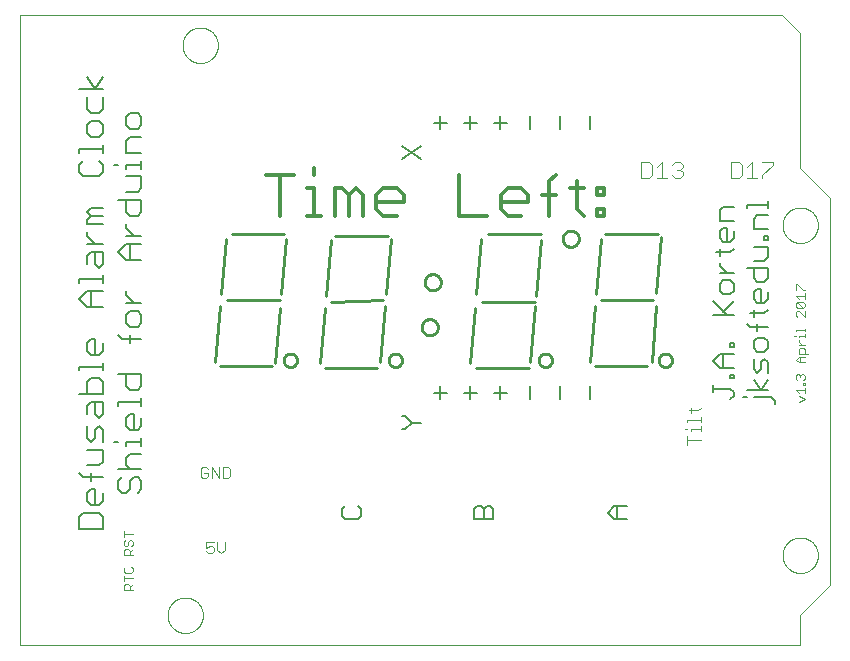
<source format=gto>
G75*
%MOIN*%
%OFA0B0*%
%FSLAX25Y25*%
%IPPOS*%
%LPD*%
%AMOC8*
5,1,8,0,0,1.08239X$1,22.5*
%
%ADD10C,0.00600*%
%ADD11C,0.00700*%
%ADD12C,0.00300*%
%ADD13C,0.00400*%
%ADD14C,0.00000*%
%ADD15C,0.01000*%
%ADD16C,0.01200*%
D10*
X0112295Y0048145D02*
X0113362Y0047077D01*
X0117632Y0047077D01*
X0118700Y0048145D01*
X0118700Y0050280D01*
X0117632Y0051348D01*
X0113362Y0051348D02*
X0112295Y0050280D01*
X0112295Y0048145D01*
X0132295Y0077077D02*
X0133362Y0077077D01*
X0135497Y0079212D01*
X0138700Y0079212D01*
X0135497Y0079212D02*
X0133362Y0081348D01*
X0132295Y0081348D01*
X0142862Y0089212D02*
X0147132Y0089212D01*
X0144997Y0087077D02*
X0144997Y0091348D01*
X0152862Y0089212D02*
X0157132Y0089212D01*
X0154997Y0087077D02*
X0154997Y0091348D01*
X0162862Y0089212D02*
X0167132Y0089212D01*
X0164997Y0087077D02*
X0164997Y0091348D01*
X0174997Y0091348D02*
X0174997Y0087077D01*
X0184997Y0087077D02*
X0184997Y0091348D01*
X0194997Y0091348D02*
X0194997Y0087077D01*
X0235794Y0089395D02*
X0235794Y0091730D01*
X0235794Y0090563D02*
X0241632Y0090563D01*
X0242800Y0089395D01*
X0242800Y0088227D01*
X0241632Y0087060D01*
X0246026Y0087645D02*
X0247194Y0087645D01*
X0247194Y0089975D02*
X0254200Y0089975D01*
X0251865Y0089975D02*
X0249529Y0093478D01*
X0250697Y0095807D02*
X0249529Y0096975D01*
X0249529Y0100478D01*
X0250697Y0102805D02*
X0253032Y0102805D01*
X0254200Y0103973D01*
X0254200Y0106308D01*
X0253032Y0107476D01*
X0250697Y0107476D01*
X0249529Y0106308D01*
X0249529Y0103973D01*
X0250697Y0102805D01*
X0253032Y0100478D02*
X0251865Y0099310D01*
X0251865Y0096975D01*
X0250697Y0095807D01*
X0254200Y0095807D02*
X0254200Y0099310D01*
X0253032Y0100478D01*
X0254200Y0093478D02*
X0251865Y0089975D01*
X0249529Y0087645D02*
X0255368Y0087645D01*
X0256535Y0086478D01*
X0256535Y0085310D01*
X0242800Y0094058D02*
X0242800Y0095225D01*
X0241632Y0095225D01*
X0241632Y0094058D01*
X0242800Y0094058D01*
X0242800Y0097557D02*
X0238129Y0097557D01*
X0235794Y0099892D01*
X0238129Y0102227D01*
X0242800Y0102227D01*
X0242800Y0104555D02*
X0242800Y0105722D01*
X0241632Y0105722D01*
X0241632Y0104555D01*
X0242800Y0104555D01*
X0239297Y0102227D02*
X0239297Y0097557D01*
X0250697Y0109803D02*
X0250697Y0112138D01*
X0249529Y0114468D02*
X0249529Y0116804D01*
X0248362Y0115636D02*
X0253032Y0115636D01*
X0254200Y0116804D01*
X0253032Y0119134D02*
X0250697Y0119134D01*
X0249529Y0120301D01*
X0249529Y0122637D01*
X0250697Y0123804D01*
X0251865Y0123804D01*
X0251865Y0119134D01*
X0253032Y0119134D02*
X0254200Y0120301D01*
X0254200Y0122637D01*
X0253032Y0126132D02*
X0250697Y0126132D01*
X0249529Y0127299D01*
X0249529Y0130802D01*
X0249529Y0133130D02*
X0253032Y0133130D01*
X0254200Y0134297D01*
X0254200Y0137800D01*
X0249529Y0137800D01*
X0253032Y0140128D02*
X0253032Y0141295D01*
X0254200Y0141295D01*
X0254200Y0140128D01*
X0253032Y0140128D01*
X0254200Y0143627D02*
X0249529Y0143627D01*
X0249529Y0147130D01*
X0250697Y0148297D01*
X0254200Y0148297D01*
X0254200Y0150624D02*
X0254200Y0152960D01*
X0254200Y0151792D02*
X0247194Y0151792D01*
X0247194Y0150624D01*
X0242800Y0151213D02*
X0239297Y0151213D01*
X0238129Y0150045D01*
X0238129Y0146542D01*
X0242800Y0146542D01*
X0240465Y0144215D02*
X0239297Y0144215D01*
X0238129Y0143047D01*
X0238129Y0140712D01*
X0239297Y0139544D01*
X0241632Y0139544D01*
X0242800Y0140712D01*
X0242800Y0143047D01*
X0240465Y0144215D02*
X0240465Y0139544D01*
X0242800Y0137214D02*
X0241632Y0136047D01*
X0236962Y0136047D01*
X0238129Y0137214D02*
X0238129Y0134879D01*
X0238129Y0132550D02*
X0238129Y0131383D01*
X0240465Y0129047D01*
X0242800Y0129047D02*
X0238129Y0129047D01*
X0239297Y0126720D02*
X0238129Y0125552D01*
X0238129Y0123217D01*
X0239297Y0122049D01*
X0241632Y0122049D01*
X0242800Y0123217D01*
X0242800Y0125552D01*
X0241632Y0126720D01*
X0239297Y0126720D01*
X0235794Y0119722D02*
X0240465Y0115051D01*
X0239297Y0116219D02*
X0242800Y0119722D01*
X0242800Y0115051D02*
X0235794Y0115051D01*
X0247194Y0112138D02*
X0248362Y0110971D01*
X0254200Y0110971D01*
X0253032Y0126132D02*
X0254200Y0127299D01*
X0254200Y0130802D01*
X0247194Y0130802D01*
X0194997Y0177077D02*
X0194997Y0181348D01*
X0184997Y0181348D02*
X0184997Y0177077D01*
X0174997Y0177077D02*
X0174997Y0181348D01*
X0167132Y0179212D02*
X0162862Y0179212D01*
X0164997Y0177077D02*
X0164997Y0181348D01*
X0157132Y0179212D02*
X0152862Y0179212D01*
X0154997Y0177077D02*
X0154997Y0181348D01*
X0147132Y0179212D02*
X0142862Y0179212D01*
X0144997Y0177077D02*
X0144997Y0181348D01*
X0138700Y0171348D02*
X0132295Y0167077D01*
X0132295Y0171348D02*
X0138700Y0167077D01*
X0157362Y0051348D02*
X0156295Y0050280D01*
X0156295Y0047077D01*
X0162700Y0047077D01*
X0162700Y0050280D01*
X0161632Y0051348D01*
X0160565Y0051348D01*
X0159497Y0050280D01*
X0159497Y0047077D01*
X0159497Y0050280D02*
X0158430Y0051348D01*
X0157362Y0051348D01*
X0200795Y0049212D02*
X0202930Y0051348D01*
X0207200Y0051348D01*
X0203997Y0051348D02*
X0203997Y0047077D01*
X0202930Y0047077D02*
X0200795Y0049212D01*
X0202930Y0047077D02*
X0207200Y0047077D01*
D11*
X0045400Y0056998D02*
X0044082Y0055680D01*
X0045400Y0056998D02*
X0045400Y0059633D01*
X0044082Y0060951D01*
X0042764Y0060951D01*
X0041447Y0059633D01*
X0041447Y0056998D01*
X0040129Y0055680D01*
X0038811Y0055680D01*
X0037493Y0056998D01*
X0037493Y0059633D01*
X0038811Y0060951D01*
X0037493Y0063599D02*
X0045400Y0063599D01*
X0041447Y0063599D02*
X0040129Y0064917D01*
X0040129Y0067552D01*
X0041447Y0068870D01*
X0045400Y0068870D01*
X0045400Y0071518D02*
X0045400Y0074153D01*
X0045400Y0072835D02*
X0040129Y0072835D01*
X0040129Y0071518D01*
X0037493Y0072835D02*
X0036175Y0072835D01*
X0032500Y0072837D02*
X0032500Y0076791D01*
X0031182Y0078109D01*
X0029864Y0076791D01*
X0029864Y0074155D01*
X0028547Y0072837D01*
X0027229Y0074155D01*
X0027229Y0078109D01*
X0027229Y0082074D02*
X0027229Y0084710D01*
X0028547Y0086027D01*
X0032500Y0086027D01*
X0032500Y0082074D01*
X0031182Y0080756D01*
X0029864Y0082074D01*
X0029864Y0086027D01*
X0027229Y0088675D02*
X0027229Y0092628D01*
X0028547Y0093946D01*
X0031182Y0093946D01*
X0032500Y0092628D01*
X0032500Y0088675D01*
X0024593Y0088675D01*
X0024593Y0096594D02*
X0024593Y0097911D01*
X0032500Y0097911D01*
X0032500Y0096594D02*
X0032500Y0099229D01*
X0031182Y0101873D02*
X0028547Y0101873D01*
X0027229Y0103191D01*
X0027229Y0105826D01*
X0028547Y0107144D01*
X0029864Y0107144D01*
X0029864Y0101873D01*
X0031182Y0101873D02*
X0032500Y0103191D01*
X0032500Y0105826D01*
X0037493Y0108468D02*
X0038811Y0107150D01*
X0045400Y0107150D01*
X0041447Y0105832D02*
X0041447Y0108468D01*
X0041447Y0111111D02*
X0044082Y0111111D01*
X0045400Y0112429D01*
X0045400Y0115065D01*
X0044082Y0116383D01*
X0041447Y0116383D01*
X0040129Y0115065D01*
X0040129Y0112429D01*
X0041447Y0111111D01*
X0042764Y0119030D02*
X0040129Y0121666D01*
X0040129Y0122984D01*
X0040129Y0119030D02*
X0045400Y0119030D01*
X0032500Y0117710D02*
X0027229Y0117710D01*
X0024593Y0120346D01*
X0027229Y0122982D01*
X0032500Y0122982D01*
X0032500Y0125629D02*
X0032500Y0128265D01*
X0032500Y0126947D02*
X0024593Y0126947D01*
X0024593Y0125629D01*
X0028547Y0122982D02*
X0028547Y0117710D01*
X0031182Y0130908D02*
X0029864Y0132226D01*
X0029864Y0136179D01*
X0028547Y0136179D02*
X0032500Y0136179D01*
X0032500Y0132226D01*
X0031182Y0130908D01*
X0027229Y0132226D02*
X0027229Y0134862D01*
X0028547Y0136179D01*
X0029864Y0138827D02*
X0027229Y0141463D01*
X0027229Y0142780D01*
X0027229Y0138827D02*
X0032500Y0138827D01*
X0037493Y0136183D02*
X0040129Y0138819D01*
X0045400Y0138819D01*
X0045400Y0141467D02*
X0040129Y0141467D01*
X0040129Y0144102D02*
X0040129Y0145420D01*
X0040129Y0144102D02*
X0042764Y0141467D01*
X0041447Y0138819D02*
X0041447Y0133548D01*
X0040129Y0133548D02*
X0037493Y0136183D01*
X0040129Y0133548D02*
X0045400Y0133548D01*
X0032500Y0145426D02*
X0027229Y0145426D01*
X0027229Y0146744D01*
X0028547Y0148062D01*
X0027229Y0149379D01*
X0028547Y0150697D01*
X0032500Y0150697D01*
X0032500Y0148062D02*
X0028547Y0148062D01*
X0037493Y0153337D02*
X0045400Y0153337D01*
X0045400Y0149383D01*
X0044082Y0148066D01*
X0041447Y0148066D01*
X0040129Y0149383D01*
X0040129Y0153337D01*
X0040129Y0155984D02*
X0044082Y0155984D01*
X0045400Y0157302D01*
X0045400Y0161256D01*
X0040129Y0161256D01*
X0040129Y0163903D02*
X0040129Y0165221D01*
X0045400Y0165221D01*
X0045400Y0163903D02*
X0045400Y0166539D01*
X0045400Y0169182D02*
X0040129Y0169182D01*
X0040129Y0173136D01*
X0041447Y0174453D01*
X0045400Y0174453D01*
X0044082Y0177101D02*
X0045400Y0178419D01*
X0045400Y0181054D01*
X0044082Y0182372D01*
X0041447Y0182372D01*
X0040129Y0181054D01*
X0040129Y0178419D01*
X0041447Y0177101D01*
X0044082Y0177101D01*
X0032500Y0178415D02*
X0032500Y0175779D01*
X0031182Y0174461D01*
X0028547Y0174461D01*
X0027229Y0175779D01*
X0027229Y0178415D01*
X0028547Y0179733D01*
X0031182Y0179733D01*
X0032500Y0178415D01*
X0031182Y0182380D02*
X0028547Y0182380D01*
X0027229Y0183698D01*
X0027229Y0187651D01*
X0029864Y0190299D02*
X0027229Y0194252D01*
X0029864Y0190299D02*
X0032500Y0194252D01*
X0032500Y0190299D02*
X0024593Y0190299D01*
X0032500Y0187651D02*
X0032500Y0183698D01*
X0031182Y0182380D01*
X0032500Y0171818D02*
X0032500Y0169182D01*
X0032500Y0170500D02*
X0024593Y0170500D01*
X0024593Y0169182D01*
X0025911Y0166535D02*
X0024593Y0165217D01*
X0024593Y0162581D01*
X0025911Y0161264D01*
X0031182Y0161264D01*
X0032500Y0162581D01*
X0032500Y0165217D01*
X0031182Y0166535D01*
X0036175Y0165221D02*
X0037493Y0165221D01*
X0037493Y0095266D02*
X0045400Y0095266D01*
X0045400Y0091312D01*
X0044082Y0089995D01*
X0041447Y0089995D01*
X0040129Y0091312D01*
X0040129Y0095266D01*
X0045400Y0087351D02*
X0045400Y0084716D01*
X0045400Y0086033D02*
X0037493Y0086033D01*
X0037493Y0084716D01*
X0041447Y0082068D02*
X0042764Y0082068D01*
X0042764Y0076797D01*
X0041447Y0076797D02*
X0044082Y0076797D01*
X0045400Y0078115D01*
X0045400Y0080750D01*
X0041447Y0082068D02*
X0040129Y0080750D01*
X0040129Y0078115D01*
X0041447Y0076797D01*
X0032500Y0070190D02*
X0027229Y0070190D01*
X0032500Y0070190D02*
X0032500Y0066236D01*
X0031182Y0064919D01*
X0027229Y0064919D01*
X0028547Y0062275D02*
X0028547Y0059639D01*
X0028547Y0056992D02*
X0029864Y0056992D01*
X0029864Y0051721D01*
X0028547Y0051721D02*
X0027229Y0053038D01*
X0027229Y0055674D01*
X0028547Y0056992D01*
X0032500Y0055674D02*
X0032500Y0053038D01*
X0031182Y0051721D01*
X0028547Y0051721D01*
X0031182Y0049073D02*
X0025911Y0049073D01*
X0024593Y0047755D01*
X0024593Y0043802D01*
X0032500Y0043802D01*
X0032500Y0047755D01*
X0031182Y0049073D01*
X0032500Y0060957D02*
X0025911Y0060957D01*
X0024593Y0062275D01*
D12*
X0039548Y0042951D02*
X0039548Y0041016D01*
X0039548Y0041984D02*
X0042450Y0041984D01*
X0041966Y0040005D02*
X0041483Y0040005D01*
X0040999Y0039521D01*
X0040999Y0038554D01*
X0040515Y0038070D01*
X0040031Y0038070D01*
X0039548Y0038554D01*
X0039548Y0039521D01*
X0040031Y0040005D01*
X0041966Y0040005D02*
X0042450Y0039521D01*
X0042450Y0038554D01*
X0041966Y0038070D01*
X0042450Y0037058D02*
X0041483Y0036091D01*
X0041483Y0036574D02*
X0041483Y0035123D01*
X0042450Y0035123D02*
X0039548Y0035123D01*
X0039548Y0036574D01*
X0040031Y0037058D01*
X0040999Y0037058D01*
X0041483Y0036574D01*
X0041966Y0031165D02*
X0042450Y0030681D01*
X0042450Y0029714D01*
X0041966Y0029230D01*
X0040031Y0029230D01*
X0039548Y0029714D01*
X0039548Y0030681D01*
X0040031Y0031165D01*
X0039548Y0028219D02*
X0039548Y0026284D01*
X0039548Y0027251D02*
X0042450Y0027251D01*
X0042450Y0025272D02*
X0041483Y0024305D01*
X0041483Y0024788D02*
X0041483Y0023337D01*
X0042450Y0023337D02*
X0039548Y0023337D01*
X0039548Y0024788D01*
X0040031Y0025272D01*
X0040999Y0025272D01*
X0041483Y0024788D01*
X0066967Y0036267D02*
X0067584Y0035650D01*
X0068818Y0035650D01*
X0069436Y0036267D01*
X0069436Y0037502D01*
X0068818Y0038119D01*
X0068201Y0038119D01*
X0066967Y0037502D01*
X0066967Y0039353D01*
X0069436Y0039353D01*
X0070650Y0039353D02*
X0070650Y0036884D01*
X0071884Y0035650D01*
X0073119Y0036884D01*
X0073119Y0039353D01*
X0072492Y0060650D02*
X0074343Y0060650D01*
X0074960Y0061267D01*
X0074960Y0063736D01*
X0074343Y0064353D01*
X0072492Y0064353D01*
X0072492Y0060650D01*
X0071277Y0060650D02*
X0071277Y0064353D01*
X0068808Y0064353D02*
X0071277Y0060650D01*
X0068808Y0060650D02*
X0068808Y0064353D01*
X0067594Y0063736D02*
X0066977Y0064353D01*
X0065742Y0064353D01*
X0065125Y0063736D01*
X0065125Y0061267D01*
X0065742Y0060650D01*
X0066977Y0060650D01*
X0067594Y0061267D01*
X0067594Y0062502D01*
X0066360Y0062502D01*
X0263548Y0089929D02*
X0266450Y0089929D01*
X0266450Y0088962D02*
X0266450Y0090897D01*
X0266450Y0091909D02*
X0266450Y0092392D01*
X0265966Y0092392D01*
X0265966Y0091909D01*
X0266450Y0091909D01*
X0265966Y0093382D02*
X0266450Y0093865D01*
X0266450Y0094833D01*
X0265966Y0095317D01*
X0265483Y0095317D01*
X0264999Y0094833D01*
X0264999Y0094349D01*
X0264999Y0094833D02*
X0264515Y0095317D01*
X0264031Y0095317D01*
X0263548Y0094833D01*
X0263548Y0093865D01*
X0264031Y0093382D01*
X0263548Y0089929D02*
X0264515Y0088962D01*
X0264515Y0087950D02*
X0266450Y0086983D01*
X0264515Y0086015D01*
X0264515Y0099275D02*
X0263548Y0100242D01*
X0264515Y0101210D01*
X0266450Y0101210D01*
X0266450Y0102221D02*
X0266450Y0103673D01*
X0265966Y0104156D01*
X0264999Y0104156D01*
X0264515Y0103673D01*
X0264515Y0102221D01*
X0267417Y0102221D01*
X0264999Y0101210D02*
X0264999Y0099275D01*
X0264515Y0099275D02*
X0266450Y0099275D01*
X0266450Y0105168D02*
X0264515Y0105168D01*
X0264515Y0106135D02*
X0264515Y0106619D01*
X0264515Y0106135D02*
X0265483Y0105168D01*
X0266450Y0107623D02*
X0266450Y0108591D01*
X0266450Y0108107D02*
X0264515Y0108107D01*
X0264515Y0107623D01*
X0263548Y0108107D02*
X0263064Y0108107D01*
X0263548Y0109588D02*
X0263548Y0110071D01*
X0266450Y0110071D01*
X0266450Y0109588D02*
X0266450Y0110555D01*
X0266450Y0114498D02*
X0264515Y0116433D01*
X0264031Y0116433D01*
X0263548Y0115950D01*
X0263548Y0114982D01*
X0264031Y0114498D01*
X0266450Y0114498D02*
X0266450Y0116433D01*
X0265966Y0117445D02*
X0264031Y0117445D01*
X0263548Y0117929D01*
X0263548Y0118896D01*
X0264031Y0119380D01*
X0265966Y0117445D01*
X0266450Y0117929D01*
X0266450Y0118896D01*
X0265966Y0119380D01*
X0264031Y0119380D01*
X0264515Y0120391D02*
X0263548Y0121359D01*
X0266450Y0121359D01*
X0266450Y0122326D02*
X0266450Y0120391D01*
X0266450Y0123338D02*
X0265966Y0123338D01*
X0264031Y0125273D01*
X0263548Y0125273D01*
X0263548Y0123338D01*
D13*
X0252278Y0160900D02*
X0252278Y0161767D01*
X0255748Y0165237D01*
X0255748Y0166104D01*
X0252278Y0166104D01*
X0248857Y0166104D02*
X0248857Y0160900D01*
X0250591Y0160900D02*
X0247122Y0160900D01*
X0245435Y0161767D02*
X0245435Y0165237D01*
X0244568Y0166104D01*
X0241965Y0166104D01*
X0241965Y0160900D01*
X0244568Y0160900D01*
X0245435Y0161767D01*
X0247122Y0164370D02*
X0248857Y0166104D01*
X0225748Y0165237D02*
X0225748Y0164370D01*
X0224880Y0163502D01*
X0225748Y0162635D01*
X0225748Y0161767D01*
X0224880Y0160900D01*
X0223146Y0160900D01*
X0222278Y0161767D01*
X0220591Y0160900D02*
X0217122Y0160900D01*
X0218857Y0160900D02*
X0218857Y0166104D01*
X0217122Y0164370D01*
X0215435Y0165237D02*
X0214568Y0166104D01*
X0211965Y0166104D01*
X0211965Y0160900D01*
X0214568Y0160900D01*
X0215435Y0161767D01*
X0215435Y0165237D01*
X0222278Y0165237D02*
X0223146Y0166104D01*
X0224880Y0166104D01*
X0225748Y0165237D01*
X0224880Y0163502D02*
X0224013Y0163502D01*
X0228731Y0084071D02*
X0228731Y0082537D01*
X0227963Y0083304D02*
X0231033Y0083304D01*
X0231800Y0084071D01*
X0231800Y0081002D02*
X0231800Y0079467D01*
X0231800Y0080235D02*
X0227196Y0080235D01*
X0227196Y0079467D01*
X0227196Y0077165D02*
X0226429Y0077165D01*
X0228731Y0077165D02*
X0231800Y0077165D01*
X0231800Y0076398D02*
X0231800Y0077933D01*
X0228731Y0077165D02*
X0228731Y0076398D01*
X0227196Y0074863D02*
X0227196Y0071794D01*
X0227196Y0073329D02*
X0231800Y0073329D01*
D14*
X0005000Y0005000D02*
X0005000Y0215000D01*
X0259000Y0215000D01*
X0265000Y0209000D01*
X0265000Y0164000D01*
X0275000Y0154000D01*
X0275000Y0025000D01*
X0265000Y0015000D01*
X0265000Y0005000D01*
X0005000Y0005000D01*
X0054094Y0015000D02*
X0054096Y0015153D01*
X0054102Y0015307D01*
X0054112Y0015460D01*
X0054126Y0015612D01*
X0054144Y0015765D01*
X0054166Y0015916D01*
X0054191Y0016067D01*
X0054221Y0016218D01*
X0054255Y0016368D01*
X0054292Y0016516D01*
X0054333Y0016664D01*
X0054378Y0016810D01*
X0054427Y0016956D01*
X0054480Y0017100D01*
X0054536Y0017242D01*
X0054596Y0017383D01*
X0054660Y0017523D01*
X0054727Y0017661D01*
X0054798Y0017797D01*
X0054873Y0017931D01*
X0054950Y0018063D01*
X0055032Y0018193D01*
X0055116Y0018321D01*
X0055204Y0018447D01*
X0055295Y0018570D01*
X0055389Y0018691D01*
X0055487Y0018809D01*
X0055587Y0018925D01*
X0055691Y0019038D01*
X0055797Y0019149D01*
X0055906Y0019257D01*
X0056018Y0019362D01*
X0056132Y0019463D01*
X0056250Y0019562D01*
X0056369Y0019658D01*
X0056491Y0019751D01*
X0056616Y0019840D01*
X0056743Y0019927D01*
X0056872Y0020009D01*
X0057003Y0020089D01*
X0057136Y0020165D01*
X0057271Y0020238D01*
X0057408Y0020307D01*
X0057547Y0020372D01*
X0057687Y0020434D01*
X0057829Y0020492D01*
X0057972Y0020547D01*
X0058117Y0020598D01*
X0058263Y0020645D01*
X0058410Y0020688D01*
X0058558Y0020727D01*
X0058707Y0020763D01*
X0058857Y0020794D01*
X0059008Y0020822D01*
X0059159Y0020846D01*
X0059312Y0020866D01*
X0059464Y0020882D01*
X0059617Y0020894D01*
X0059770Y0020902D01*
X0059923Y0020906D01*
X0060077Y0020906D01*
X0060230Y0020902D01*
X0060383Y0020894D01*
X0060536Y0020882D01*
X0060688Y0020866D01*
X0060841Y0020846D01*
X0060992Y0020822D01*
X0061143Y0020794D01*
X0061293Y0020763D01*
X0061442Y0020727D01*
X0061590Y0020688D01*
X0061737Y0020645D01*
X0061883Y0020598D01*
X0062028Y0020547D01*
X0062171Y0020492D01*
X0062313Y0020434D01*
X0062453Y0020372D01*
X0062592Y0020307D01*
X0062729Y0020238D01*
X0062864Y0020165D01*
X0062997Y0020089D01*
X0063128Y0020009D01*
X0063257Y0019927D01*
X0063384Y0019840D01*
X0063509Y0019751D01*
X0063631Y0019658D01*
X0063750Y0019562D01*
X0063868Y0019463D01*
X0063982Y0019362D01*
X0064094Y0019257D01*
X0064203Y0019149D01*
X0064309Y0019038D01*
X0064413Y0018925D01*
X0064513Y0018809D01*
X0064611Y0018691D01*
X0064705Y0018570D01*
X0064796Y0018447D01*
X0064884Y0018321D01*
X0064968Y0018193D01*
X0065050Y0018063D01*
X0065127Y0017931D01*
X0065202Y0017797D01*
X0065273Y0017661D01*
X0065340Y0017523D01*
X0065404Y0017383D01*
X0065464Y0017242D01*
X0065520Y0017100D01*
X0065573Y0016956D01*
X0065622Y0016810D01*
X0065667Y0016664D01*
X0065708Y0016516D01*
X0065745Y0016368D01*
X0065779Y0016218D01*
X0065809Y0016067D01*
X0065834Y0015916D01*
X0065856Y0015765D01*
X0065874Y0015612D01*
X0065888Y0015460D01*
X0065898Y0015307D01*
X0065904Y0015153D01*
X0065906Y0015000D01*
X0065904Y0014847D01*
X0065898Y0014693D01*
X0065888Y0014540D01*
X0065874Y0014388D01*
X0065856Y0014235D01*
X0065834Y0014084D01*
X0065809Y0013933D01*
X0065779Y0013782D01*
X0065745Y0013632D01*
X0065708Y0013484D01*
X0065667Y0013336D01*
X0065622Y0013190D01*
X0065573Y0013044D01*
X0065520Y0012900D01*
X0065464Y0012758D01*
X0065404Y0012617D01*
X0065340Y0012477D01*
X0065273Y0012339D01*
X0065202Y0012203D01*
X0065127Y0012069D01*
X0065050Y0011937D01*
X0064968Y0011807D01*
X0064884Y0011679D01*
X0064796Y0011553D01*
X0064705Y0011430D01*
X0064611Y0011309D01*
X0064513Y0011191D01*
X0064413Y0011075D01*
X0064309Y0010962D01*
X0064203Y0010851D01*
X0064094Y0010743D01*
X0063982Y0010638D01*
X0063868Y0010537D01*
X0063750Y0010438D01*
X0063631Y0010342D01*
X0063509Y0010249D01*
X0063384Y0010160D01*
X0063257Y0010073D01*
X0063128Y0009991D01*
X0062997Y0009911D01*
X0062864Y0009835D01*
X0062729Y0009762D01*
X0062592Y0009693D01*
X0062453Y0009628D01*
X0062313Y0009566D01*
X0062171Y0009508D01*
X0062028Y0009453D01*
X0061883Y0009402D01*
X0061737Y0009355D01*
X0061590Y0009312D01*
X0061442Y0009273D01*
X0061293Y0009237D01*
X0061143Y0009206D01*
X0060992Y0009178D01*
X0060841Y0009154D01*
X0060688Y0009134D01*
X0060536Y0009118D01*
X0060383Y0009106D01*
X0060230Y0009098D01*
X0060077Y0009094D01*
X0059923Y0009094D01*
X0059770Y0009098D01*
X0059617Y0009106D01*
X0059464Y0009118D01*
X0059312Y0009134D01*
X0059159Y0009154D01*
X0059008Y0009178D01*
X0058857Y0009206D01*
X0058707Y0009237D01*
X0058558Y0009273D01*
X0058410Y0009312D01*
X0058263Y0009355D01*
X0058117Y0009402D01*
X0057972Y0009453D01*
X0057829Y0009508D01*
X0057687Y0009566D01*
X0057547Y0009628D01*
X0057408Y0009693D01*
X0057271Y0009762D01*
X0057136Y0009835D01*
X0057003Y0009911D01*
X0056872Y0009991D01*
X0056743Y0010073D01*
X0056616Y0010160D01*
X0056491Y0010249D01*
X0056369Y0010342D01*
X0056250Y0010438D01*
X0056132Y0010537D01*
X0056018Y0010638D01*
X0055906Y0010743D01*
X0055797Y0010851D01*
X0055691Y0010962D01*
X0055587Y0011075D01*
X0055487Y0011191D01*
X0055389Y0011309D01*
X0055295Y0011430D01*
X0055204Y0011553D01*
X0055116Y0011679D01*
X0055032Y0011807D01*
X0054950Y0011937D01*
X0054873Y0012069D01*
X0054798Y0012203D01*
X0054727Y0012339D01*
X0054660Y0012477D01*
X0054596Y0012617D01*
X0054536Y0012758D01*
X0054480Y0012900D01*
X0054427Y0013044D01*
X0054378Y0013190D01*
X0054333Y0013336D01*
X0054292Y0013484D01*
X0054255Y0013632D01*
X0054221Y0013782D01*
X0054191Y0013933D01*
X0054166Y0014084D01*
X0054144Y0014235D01*
X0054126Y0014388D01*
X0054112Y0014540D01*
X0054102Y0014693D01*
X0054096Y0014847D01*
X0054094Y0015000D01*
X0259094Y0035000D02*
X0259096Y0035153D01*
X0259102Y0035307D01*
X0259112Y0035460D01*
X0259126Y0035612D01*
X0259144Y0035765D01*
X0259166Y0035916D01*
X0259191Y0036067D01*
X0259221Y0036218D01*
X0259255Y0036368D01*
X0259292Y0036516D01*
X0259333Y0036664D01*
X0259378Y0036810D01*
X0259427Y0036956D01*
X0259480Y0037100D01*
X0259536Y0037242D01*
X0259596Y0037383D01*
X0259660Y0037523D01*
X0259727Y0037661D01*
X0259798Y0037797D01*
X0259873Y0037931D01*
X0259950Y0038063D01*
X0260032Y0038193D01*
X0260116Y0038321D01*
X0260204Y0038447D01*
X0260295Y0038570D01*
X0260389Y0038691D01*
X0260487Y0038809D01*
X0260587Y0038925D01*
X0260691Y0039038D01*
X0260797Y0039149D01*
X0260906Y0039257D01*
X0261018Y0039362D01*
X0261132Y0039463D01*
X0261250Y0039562D01*
X0261369Y0039658D01*
X0261491Y0039751D01*
X0261616Y0039840D01*
X0261743Y0039927D01*
X0261872Y0040009D01*
X0262003Y0040089D01*
X0262136Y0040165D01*
X0262271Y0040238D01*
X0262408Y0040307D01*
X0262547Y0040372D01*
X0262687Y0040434D01*
X0262829Y0040492D01*
X0262972Y0040547D01*
X0263117Y0040598D01*
X0263263Y0040645D01*
X0263410Y0040688D01*
X0263558Y0040727D01*
X0263707Y0040763D01*
X0263857Y0040794D01*
X0264008Y0040822D01*
X0264159Y0040846D01*
X0264312Y0040866D01*
X0264464Y0040882D01*
X0264617Y0040894D01*
X0264770Y0040902D01*
X0264923Y0040906D01*
X0265077Y0040906D01*
X0265230Y0040902D01*
X0265383Y0040894D01*
X0265536Y0040882D01*
X0265688Y0040866D01*
X0265841Y0040846D01*
X0265992Y0040822D01*
X0266143Y0040794D01*
X0266293Y0040763D01*
X0266442Y0040727D01*
X0266590Y0040688D01*
X0266737Y0040645D01*
X0266883Y0040598D01*
X0267028Y0040547D01*
X0267171Y0040492D01*
X0267313Y0040434D01*
X0267453Y0040372D01*
X0267592Y0040307D01*
X0267729Y0040238D01*
X0267864Y0040165D01*
X0267997Y0040089D01*
X0268128Y0040009D01*
X0268257Y0039927D01*
X0268384Y0039840D01*
X0268509Y0039751D01*
X0268631Y0039658D01*
X0268750Y0039562D01*
X0268868Y0039463D01*
X0268982Y0039362D01*
X0269094Y0039257D01*
X0269203Y0039149D01*
X0269309Y0039038D01*
X0269413Y0038925D01*
X0269513Y0038809D01*
X0269611Y0038691D01*
X0269705Y0038570D01*
X0269796Y0038447D01*
X0269884Y0038321D01*
X0269968Y0038193D01*
X0270050Y0038063D01*
X0270127Y0037931D01*
X0270202Y0037797D01*
X0270273Y0037661D01*
X0270340Y0037523D01*
X0270404Y0037383D01*
X0270464Y0037242D01*
X0270520Y0037100D01*
X0270573Y0036956D01*
X0270622Y0036810D01*
X0270667Y0036664D01*
X0270708Y0036516D01*
X0270745Y0036368D01*
X0270779Y0036218D01*
X0270809Y0036067D01*
X0270834Y0035916D01*
X0270856Y0035765D01*
X0270874Y0035612D01*
X0270888Y0035460D01*
X0270898Y0035307D01*
X0270904Y0035153D01*
X0270906Y0035000D01*
X0270904Y0034847D01*
X0270898Y0034693D01*
X0270888Y0034540D01*
X0270874Y0034388D01*
X0270856Y0034235D01*
X0270834Y0034084D01*
X0270809Y0033933D01*
X0270779Y0033782D01*
X0270745Y0033632D01*
X0270708Y0033484D01*
X0270667Y0033336D01*
X0270622Y0033190D01*
X0270573Y0033044D01*
X0270520Y0032900D01*
X0270464Y0032758D01*
X0270404Y0032617D01*
X0270340Y0032477D01*
X0270273Y0032339D01*
X0270202Y0032203D01*
X0270127Y0032069D01*
X0270050Y0031937D01*
X0269968Y0031807D01*
X0269884Y0031679D01*
X0269796Y0031553D01*
X0269705Y0031430D01*
X0269611Y0031309D01*
X0269513Y0031191D01*
X0269413Y0031075D01*
X0269309Y0030962D01*
X0269203Y0030851D01*
X0269094Y0030743D01*
X0268982Y0030638D01*
X0268868Y0030537D01*
X0268750Y0030438D01*
X0268631Y0030342D01*
X0268509Y0030249D01*
X0268384Y0030160D01*
X0268257Y0030073D01*
X0268128Y0029991D01*
X0267997Y0029911D01*
X0267864Y0029835D01*
X0267729Y0029762D01*
X0267592Y0029693D01*
X0267453Y0029628D01*
X0267313Y0029566D01*
X0267171Y0029508D01*
X0267028Y0029453D01*
X0266883Y0029402D01*
X0266737Y0029355D01*
X0266590Y0029312D01*
X0266442Y0029273D01*
X0266293Y0029237D01*
X0266143Y0029206D01*
X0265992Y0029178D01*
X0265841Y0029154D01*
X0265688Y0029134D01*
X0265536Y0029118D01*
X0265383Y0029106D01*
X0265230Y0029098D01*
X0265077Y0029094D01*
X0264923Y0029094D01*
X0264770Y0029098D01*
X0264617Y0029106D01*
X0264464Y0029118D01*
X0264312Y0029134D01*
X0264159Y0029154D01*
X0264008Y0029178D01*
X0263857Y0029206D01*
X0263707Y0029237D01*
X0263558Y0029273D01*
X0263410Y0029312D01*
X0263263Y0029355D01*
X0263117Y0029402D01*
X0262972Y0029453D01*
X0262829Y0029508D01*
X0262687Y0029566D01*
X0262547Y0029628D01*
X0262408Y0029693D01*
X0262271Y0029762D01*
X0262136Y0029835D01*
X0262003Y0029911D01*
X0261872Y0029991D01*
X0261743Y0030073D01*
X0261616Y0030160D01*
X0261491Y0030249D01*
X0261369Y0030342D01*
X0261250Y0030438D01*
X0261132Y0030537D01*
X0261018Y0030638D01*
X0260906Y0030743D01*
X0260797Y0030851D01*
X0260691Y0030962D01*
X0260587Y0031075D01*
X0260487Y0031191D01*
X0260389Y0031309D01*
X0260295Y0031430D01*
X0260204Y0031553D01*
X0260116Y0031679D01*
X0260032Y0031807D01*
X0259950Y0031937D01*
X0259873Y0032069D01*
X0259798Y0032203D01*
X0259727Y0032339D01*
X0259660Y0032477D01*
X0259596Y0032617D01*
X0259536Y0032758D01*
X0259480Y0032900D01*
X0259427Y0033044D01*
X0259378Y0033190D01*
X0259333Y0033336D01*
X0259292Y0033484D01*
X0259255Y0033632D01*
X0259221Y0033782D01*
X0259191Y0033933D01*
X0259166Y0034084D01*
X0259144Y0034235D01*
X0259126Y0034388D01*
X0259112Y0034540D01*
X0259102Y0034693D01*
X0259096Y0034847D01*
X0259094Y0035000D01*
X0259094Y0145000D02*
X0259096Y0145153D01*
X0259102Y0145307D01*
X0259112Y0145460D01*
X0259126Y0145612D01*
X0259144Y0145765D01*
X0259166Y0145916D01*
X0259191Y0146067D01*
X0259221Y0146218D01*
X0259255Y0146368D01*
X0259292Y0146516D01*
X0259333Y0146664D01*
X0259378Y0146810D01*
X0259427Y0146956D01*
X0259480Y0147100D01*
X0259536Y0147242D01*
X0259596Y0147383D01*
X0259660Y0147523D01*
X0259727Y0147661D01*
X0259798Y0147797D01*
X0259873Y0147931D01*
X0259950Y0148063D01*
X0260032Y0148193D01*
X0260116Y0148321D01*
X0260204Y0148447D01*
X0260295Y0148570D01*
X0260389Y0148691D01*
X0260487Y0148809D01*
X0260587Y0148925D01*
X0260691Y0149038D01*
X0260797Y0149149D01*
X0260906Y0149257D01*
X0261018Y0149362D01*
X0261132Y0149463D01*
X0261250Y0149562D01*
X0261369Y0149658D01*
X0261491Y0149751D01*
X0261616Y0149840D01*
X0261743Y0149927D01*
X0261872Y0150009D01*
X0262003Y0150089D01*
X0262136Y0150165D01*
X0262271Y0150238D01*
X0262408Y0150307D01*
X0262547Y0150372D01*
X0262687Y0150434D01*
X0262829Y0150492D01*
X0262972Y0150547D01*
X0263117Y0150598D01*
X0263263Y0150645D01*
X0263410Y0150688D01*
X0263558Y0150727D01*
X0263707Y0150763D01*
X0263857Y0150794D01*
X0264008Y0150822D01*
X0264159Y0150846D01*
X0264312Y0150866D01*
X0264464Y0150882D01*
X0264617Y0150894D01*
X0264770Y0150902D01*
X0264923Y0150906D01*
X0265077Y0150906D01*
X0265230Y0150902D01*
X0265383Y0150894D01*
X0265536Y0150882D01*
X0265688Y0150866D01*
X0265841Y0150846D01*
X0265992Y0150822D01*
X0266143Y0150794D01*
X0266293Y0150763D01*
X0266442Y0150727D01*
X0266590Y0150688D01*
X0266737Y0150645D01*
X0266883Y0150598D01*
X0267028Y0150547D01*
X0267171Y0150492D01*
X0267313Y0150434D01*
X0267453Y0150372D01*
X0267592Y0150307D01*
X0267729Y0150238D01*
X0267864Y0150165D01*
X0267997Y0150089D01*
X0268128Y0150009D01*
X0268257Y0149927D01*
X0268384Y0149840D01*
X0268509Y0149751D01*
X0268631Y0149658D01*
X0268750Y0149562D01*
X0268868Y0149463D01*
X0268982Y0149362D01*
X0269094Y0149257D01*
X0269203Y0149149D01*
X0269309Y0149038D01*
X0269413Y0148925D01*
X0269513Y0148809D01*
X0269611Y0148691D01*
X0269705Y0148570D01*
X0269796Y0148447D01*
X0269884Y0148321D01*
X0269968Y0148193D01*
X0270050Y0148063D01*
X0270127Y0147931D01*
X0270202Y0147797D01*
X0270273Y0147661D01*
X0270340Y0147523D01*
X0270404Y0147383D01*
X0270464Y0147242D01*
X0270520Y0147100D01*
X0270573Y0146956D01*
X0270622Y0146810D01*
X0270667Y0146664D01*
X0270708Y0146516D01*
X0270745Y0146368D01*
X0270779Y0146218D01*
X0270809Y0146067D01*
X0270834Y0145916D01*
X0270856Y0145765D01*
X0270874Y0145612D01*
X0270888Y0145460D01*
X0270898Y0145307D01*
X0270904Y0145153D01*
X0270906Y0145000D01*
X0270904Y0144847D01*
X0270898Y0144693D01*
X0270888Y0144540D01*
X0270874Y0144388D01*
X0270856Y0144235D01*
X0270834Y0144084D01*
X0270809Y0143933D01*
X0270779Y0143782D01*
X0270745Y0143632D01*
X0270708Y0143484D01*
X0270667Y0143336D01*
X0270622Y0143190D01*
X0270573Y0143044D01*
X0270520Y0142900D01*
X0270464Y0142758D01*
X0270404Y0142617D01*
X0270340Y0142477D01*
X0270273Y0142339D01*
X0270202Y0142203D01*
X0270127Y0142069D01*
X0270050Y0141937D01*
X0269968Y0141807D01*
X0269884Y0141679D01*
X0269796Y0141553D01*
X0269705Y0141430D01*
X0269611Y0141309D01*
X0269513Y0141191D01*
X0269413Y0141075D01*
X0269309Y0140962D01*
X0269203Y0140851D01*
X0269094Y0140743D01*
X0268982Y0140638D01*
X0268868Y0140537D01*
X0268750Y0140438D01*
X0268631Y0140342D01*
X0268509Y0140249D01*
X0268384Y0140160D01*
X0268257Y0140073D01*
X0268128Y0139991D01*
X0267997Y0139911D01*
X0267864Y0139835D01*
X0267729Y0139762D01*
X0267592Y0139693D01*
X0267453Y0139628D01*
X0267313Y0139566D01*
X0267171Y0139508D01*
X0267028Y0139453D01*
X0266883Y0139402D01*
X0266737Y0139355D01*
X0266590Y0139312D01*
X0266442Y0139273D01*
X0266293Y0139237D01*
X0266143Y0139206D01*
X0265992Y0139178D01*
X0265841Y0139154D01*
X0265688Y0139134D01*
X0265536Y0139118D01*
X0265383Y0139106D01*
X0265230Y0139098D01*
X0265077Y0139094D01*
X0264923Y0139094D01*
X0264770Y0139098D01*
X0264617Y0139106D01*
X0264464Y0139118D01*
X0264312Y0139134D01*
X0264159Y0139154D01*
X0264008Y0139178D01*
X0263857Y0139206D01*
X0263707Y0139237D01*
X0263558Y0139273D01*
X0263410Y0139312D01*
X0263263Y0139355D01*
X0263117Y0139402D01*
X0262972Y0139453D01*
X0262829Y0139508D01*
X0262687Y0139566D01*
X0262547Y0139628D01*
X0262408Y0139693D01*
X0262271Y0139762D01*
X0262136Y0139835D01*
X0262003Y0139911D01*
X0261872Y0139991D01*
X0261743Y0140073D01*
X0261616Y0140160D01*
X0261491Y0140249D01*
X0261369Y0140342D01*
X0261250Y0140438D01*
X0261132Y0140537D01*
X0261018Y0140638D01*
X0260906Y0140743D01*
X0260797Y0140851D01*
X0260691Y0140962D01*
X0260587Y0141075D01*
X0260487Y0141191D01*
X0260389Y0141309D01*
X0260295Y0141430D01*
X0260204Y0141553D01*
X0260116Y0141679D01*
X0260032Y0141807D01*
X0259950Y0141937D01*
X0259873Y0142069D01*
X0259798Y0142203D01*
X0259727Y0142339D01*
X0259660Y0142477D01*
X0259596Y0142617D01*
X0259536Y0142758D01*
X0259480Y0142900D01*
X0259427Y0143044D01*
X0259378Y0143190D01*
X0259333Y0143336D01*
X0259292Y0143484D01*
X0259255Y0143632D01*
X0259221Y0143782D01*
X0259191Y0143933D01*
X0259166Y0144084D01*
X0259144Y0144235D01*
X0259126Y0144388D01*
X0259112Y0144540D01*
X0259102Y0144693D01*
X0259096Y0144847D01*
X0259094Y0145000D01*
X0059094Y0205000D02*
X0059096Y0205153D01*
X0059102Y0205307D01*
X0059112Y0205460D01*
X0059126Y0205612D01*
X0059144Y0205765D01*
X0059166Y0205916D01*
X0059191Y0206067D01*
X0059221Y0206218D01*
X0059255Y0206368D01*
X0059292Y0206516D01*
X0059333Y0206664D01*
X0059378Y0206810D01*
X0059427Y0206956D01*
X0059480Y0207100D01*
X0059536Y0207242D01*
X0059596Y0207383D01*
X0059660Y0207523D01*
X0059727Y0207661D01*
X0059798Y0207797D01*
X0059873Y0207931D01*
X0059950Y0208063D01*
X0060032Y0208193D01*
X0060116Y0208321D01*
X0060204Y0208447D01*
X0060295Y0208570D01*
X0060389Y0208691D01*
X0060487Y0208809D01*
X0060587Y0208925D01*
X0060691Y0209038D01*
X0060797Y0209149D01*
X0060906Y0209257D01*
X0061018Y0209362D01*
X0061132Y0209463D01*
X0061250Y0209562D01*
X0061369Y0209658D01*
X0061491Y0209751D01*
X0061616Y0209840D01*
X0061743Y0209927D01*
X0061872Y0210009D01*
X0062003Y0210089D01*
X0062136Y0210165D01*
X0062271Y0210238D01*
X0062408Y0210307D01*
X0062547Y0210372D01*
X0062687Y0210434D01*
X0062829Y0210492D01*
X0062972Y0210547D01*
X0063117Y0210598D01*
X0063263Y0210645D01*
X0063410Y0210688D01*
X0063558Y0210727D01*
X0063707Y0210763D01*
X0063857Y0210794D01*
X0064008Y0210822D01*
X0064159Y0210846D01*
X0064312Y0210866D01*
X0064464Y0210882D01*
X0064617Y0210894D01*
X0064770Y0210902D01*
X0064923Y0210906D01*
X0065077Y0210906D01*
X0065230Y0210902D01*
X0065383Y0210894D01*
X0065536Y0210882D01*
X0065688Y0210866D01*
X0065841Y0210846D01*
X0065992Y0210822D01*
X0066143Y0210794D01*
X0066293Y0210763D01*
X0066442Y0210727D01*
X0066590Y0210688D01*
X0066737Y0210645D01*
X0066883Y0210598D01*
X0067028Y0210547D01*
X0067171Y0210492D01*
X0067313Y0210434D01*
X0067453Y0210372D01*
X0067592Y0210307D01*
X0067729Y0210238D01*
X0067864Y0210165D01*
X0067997Y0210089D01*
X0068128Y0210009D01*
X0068257Y0209927D01*
X0068384Y0209840D01*
X0068509Y0209751D01*
X0068631Y0209658D01*
X0068750Y0209562D01*
X0068868Y0209463D01*
X0068982Y0209362D01*
X0069094Y0209257D01*
X0069203Y0209149D01*
X0069309Y0209038D01*
X0069413Y0208925D01*
X0069513Y0208809D01*
X0069611Y0208691D01*
X0069705Y0208570D01*
X0069796Y0208447D01*
X0069884Y0208321D01*
X0069968Y0208193D01*
X0070050Y0208063D01*
X0070127Y0207931D01*
X0070202Y0207797D01*
X0070273Y0207661D01*
X0070340Y0207523D01*
X0070404Y0207383D01*
X0070464Y0207242D01*
X0070520Y0207100D01*
X0070573Y0206956D01*
X0070622Y0206810D01*
X0070667Y0206664D01*
X0070708Y0206516D01*
X0070745Y0206368D01*
X0070779Y0206218D01*
X0070809Y0206067D01*
X0070834Y0205916D01*
X0070856Y0205765D01*
X0070874Y0205612D01*
X0070888Y0205460D01*
X0070898Y0205307D01*
X0070904Y0205153D01*
X0070906Y0205000D01*
X0070904Y0204847D01*
X0070898Y0204693D01*
X0070888Y0204540D01*
X0070874Y0204388D01*
X0070856Y0204235D01*
X0070834Y0204084D01*
X0070809Y0203933D01*
X0070779Y0203782D01*
X0070745Y0203632D01*
X0070708Y0203484D01*
X0070667Y0203336D01*
X0070622Y0203190D01*
X0070573Y0203044D01*
X0070520Y0202900D01*
X0070464Y0202758D01*
X0070404Y0202617D01*
X0070340Y0202477D01*
X0070273Y0202339D01*
X0070202Y0202203D01*
X0070127Y0202069D01*
X0070050Y0201937D01*
X0069968Y0201807D01*
X0069884Y0201679D01*
X0069796Y0201553D01*
X0069705Y0201430D01*
X0069611Y0201309D01*
X0069513Y0201191D01*
X0069413Y0201075D01*
X0069309Y0200962D01*
X0069203Y0200851D01*
X0069094Y0200743D01*
X0068982Y0200638D01*
X0068868Y0200537D01*
X0068750Y0200438D01*
X0068631Y0200342D01*
X0068509Y0200249D01*
X0068384Y0200160D01*
X0068257Y0200073D01*
X0068128Y0199991D01*
X0067997Y0199911D01*
X0067864Y0199835D01*
X0067729Y0199762D01*
X0067592Y0199693D01*
X0067453Y0199628D01*
X0067313Y0199566D01*
X0067171Y0199508D01*
X0067028Y0199453D01*
X0066883Y0199402D01*
X0066737Y0199355D01*
X0066590Y0199312D01*
X0066442Y0199273D01*
X0066293Y0199237D01*
X0066143Y0199206D01*
X0065992Y0199178D01*
X0065841Y0199154D01*
X0065688Y0199134D01*
X0065536Y0199118D01*
X0065383Y0199106D01*
X0065230Y0199098D01*
X0065077Y0199094D01*
X0064923Y0199094D01*
X0064770Y0199098D01*
X0064617Y0199106D01*
X0064464Y0199118D01*
X0064312Y0199134D01*
X0064159Y0199154D01*
X0064008Y0199178D01*
X0063857Y0199206D01*
X0063707Y0199237D01*
X0063558Y0199273D01*
X0063410Y0199312D01*
X0063263Y0199355D01*
X0063117Y0199402D01*
X0062972Y0199453D01*
X0062829Y0199508D01*
X0062687Y0199566D01*
X0062547Y0199628D01*
X0062408Y0199693D01*
X0062271Y0199762D01*
X0062136Y0199835D01*
X0062003Y0199911D01*
X0061872Y0199991D01*
X0061743Y0200073D01*
X0061616Y0200160D01*
X0061491Y0200249D01*
X0061369Y0200342D01*
X0061250Y0200438D01*
X0061132Y0200537D01*
X0061018Y0200638D01*
X0060906Y0200743D01*
X0060797Y0200851D01*
X0060691Y0200962D01*
X0060587Y0201075D01*
X0060487Y0201191D01*
X0060389Y0201309D01*
X0060295Y0201430D01*
X0060204Y0201553D01*
X0060116Y0201679D01*
X0060032Y0201807D01*
X0059950Y0201937D01*
X0059873Y0202069D01*
X0059798Y0202203D01*
X0059727Y0202339D01*
X0059660Y0202477D01*
X0059596Y0202617D01*
X0059536Y0202758D01*
X0059480Y0202900D01*
X0059427Y0203044D01*
X0059378Y0203190D01*
X0059333Y0203336D01*
X0059292Y0203484D01*
X0059255Y0203632D01*
X0059221Y0203782D01*
X0059191Y0203933D01*
X0059166Y0204084D01*
X0059144Y0204235D01*
X0059126Y0204388D01*
X0059112Y0204540D01*
X0059102Y0204693D01*
X0059096Y0204847D01*
X0059094Y0205000D01*
D15*
X0075500Y0142000D02*
X0093000Y0142000D01*
X0093500Y0140500D02*
X0092000Y0122000D01*
X0091500Y0120000D02*
X0074000Y0120000D01*
X0072000Y0122000D02*
X0073500Y0140500D01*
X0071500Y0118000D02*
X0070000Y0099500D01*
X0071500Y0098000D02*
X0089000Y0098000D01*
X0090000Y0099000D02*
X0091500Y0117500D01*
X0106500Y0117500D02*
X0105000Y0099000D01*
X0106500Y0097500D02*
X0124000Y0097500D01*
X0125000Y0099500D02*
X0126500Y0118000D01*
X0126000Y0120000D02*
X0108500Y0119500D01*
X0107000Y0121500D02*
X0108500Y0140000D01*
X0110000Y0141500D02*
X0127500Y0141500D01*
X0128500Y0140500D02*
X0127000Y0122000D01*
X0138807Y0111000D02*
X0138809Y0111103D01*
X0138815Y0111206D01*
X0138825Y0111309D01*
X0138839Y0111411D01*
X0138856Y0111513D01*
X0138878Y0111614D01*
X0138903Y0111714D01*
X0138933Y0111813D01*
X0138966Y0111910D01*
X0139002Y0112007D01*
X0139043Y0112102D01*
X0139087Y0112195D01*
X0139134Y0112286D01*
X0139185Y0112376D01*
X0139240Y0112464D01*
X0139297Y0112549D01*
X0139358Y0112633D01*
X0139422Y0112713D01*
X0139490Y0112792D01*
X0139560Y0112867D01*
X0139633Y0112940D01*
X0139708Y0113010D01*
X0139787Y0113078D01*
X0139867Y0113142D01*
X0139951Y0113203D01*
X0140036Y0113260D01*
X0140124Y0113315D01*
X0140214Y0113366D01*
X0140305Y0113413D01*
X0140398Y0113457D01*
X0140493Y0113498D01*
X0140590Y0113534D01*
X0140687Y0113567D01*
X0140786Y0113597D01*
X0140886Y0113622D01*
X0140987Y0113644D01*
X0141089Y0113661D01*
X0141191Y0113675D01*
X0141294Y0113685D01*
X0141397Y0113691D01*
X0141500Y0113693D01*
X0141603Y0113691D01*
X0141706Y0113685D01*
X0141809Y0113675D01*
X0141911Y0113661D01*
X0142013Y0113644D01*
X0142114Y0113622D01*
X0142214Y0113597D01*
X0142313Y0113567D01*
X0142410Y0113534D01*
X0142507Y0113498D01*
X0142602Y0113457D01*
X0142695Y0113413D01*
X0142786Y0113366D01*
X0142876Y0113315D01*
X0142964Y0113260D01*
X0143049Y0113203D01*
X0143133Y0113142D01*
X0143213Y0113078D01*
X0143292Y0113010D01*
X0143367Y0112940D01*
X0143440Y0112867D01*
X0143510Y0112792D01*
X0143578Y0112713D01*
X0143642Y0112633D01*
X0143703Y0112549D01*
X0143760Y0112464D01*
X0143815Y0112376D01*
X0143866Y0112286D01*
X0143913Y0112195D01*
X0143957Y0112102D01*
X0143998Y0112007D01*
X0144034Y0111910D01*
X0144067Y0111813D01*
X0144097Y0111714D01*
X0144122Y0111614D01*
X0144144Y0111513D01*
X0144161Y0111411D01*
X0144175Y0111309D01*
X0144185Y0111206D01*
X0144191Y0111103D01*
X0144193Y0111000D01*
X0144191Y0110897D01*
X0144185Y0110794D01*
X0144175Y0110691D01*
X0144161Y0110589D01*
X0144144Y0110487D01*
X0144122Y0110386D01*
X0144097Y0110286D01*
X0144067Y0110187D01*
X0144034Y0110090D01*
X0143998Y0109993D01*
X0143957Y0109898D01*
X0143913Y0109805D01*
X0143866Y0109714D01*
X0143815Y0109624D01*
X0143760Y0109536D01*
X0143703Y0109451D01*
X0143642Y0109367D01*
X0143578Y0109287D01*
X0143510Y0109208D01*
X0143440Y0109133D01*
X0143367Y0109060D01*
X0143292Y0108990D01*
X0143213Y0108922D01*
X0143133Y0108858D01*
X0143049Y0108797D01*
X0142964Y0108740D01*
X0142876Y0108685D01*
X0142786Y0108634D01*
X0142695Y0108587D01*
X0142602Y0108543D01*
X0142507Y0108502D01*
X0142410Y0108466D01*
X0142313Y0108433D01*
X0142214Y0108403D01*
X0142114Y0108378D01*
X0142013Y0108356D01*
X0141911Y0108339D01*
X0141809Y0108325D01*
X0141706Y0108315D01*
X0141603Y0108309D01*
X0141500Y0108307D01*
X0141397Y0108309D01*
X0141294Y0108315D01*
X0141191Y0108325D01*
X0141089Y0108339D01*
X0140987Y0108356D01*
X0140886Y0108378D01*
X0140786Y0108403D01*
X0140687Y0108433D01*
X0140590Y0108466D01*
X0140493Y0108502D01*
X0140398Y0108543D01*
X0140305Y0108587D01*
X0140214Y0108634D01*
X0140124Y0108685D01*
X0140036Y0108740D01*
X0139951Y0108797D01*
X0139867Y0108858D01*
X0139787Y0108922D01*
X0139708Y0108990D01*
X0139633Y0109060D01*
X0139560Y0109133D01*
X0139490Y0109208D01*
X0139422Y0109287D01*
X0139358Y0109367D01*
X0139297Y0109451D01*
X0139240Y0109536D01*
X0139185Y0109624D01*
X0139134Y0109714D01*
X0139087Y0109805D01*
X0139043Y0109898D01*
X0139002Y0109993D01*
X0138966Y0110090D01*
X0138933Y0110187D01*
X0138903Y0110286D01*
X0138878Y0110386D01*
X0138856Y0110487D01*
X0138839Y0110589D01*
X0138825Y0110691D01*
X0138815Y0110794D01*
X0138809Y0110897D01*
X0138807Y0111000D01*
X0127764Y0100000D02*
X0127766Y0100094D01*
X0127772Y0100188D01*
X0127782Y0100282D01*
X0127796Y0100375D01*
X0127814Y0100468D01*
X0127835Y0100560D01*
X0127861Y0100650D01*
X0127890Y0100740D01*
X0127923Y0100828D01*
X0127960Y0100915D01*
X0128000Y0101000D01*
X0128044Y0101084D01*
X0128092Y0101165D01*
X0128142Y0101245D01*
X0128197Y0101322D01*
X0128254Y0101397D01*
X0128314Y0101469D01*
X0128378Y0101539D01*
X0128444Y0101606D01*
X0128513Y0101670D01*
X0128585Y0101731D01*
X0128659Y0101789D01*
X0128736Y0101844D01*
X0128815Y0101896D01*
X0128896Y0101944D01*
X0128979Y0101989D01*
X0129063Y0102030D01*
X0129150Y0102068D01*
X0129238Y0102102D01*
X0129327Y0102132D01*
X0129417Y0102159D01*
X0129509Y0102181D01*
X0129601Y0102200D01*
X0129695Y0102215D01*
X0129788Y0102226D01*
X0129882Y0102233D01*
X0129976Y0102236D01*
X0130071Y0102235D01*
X0130165Y0102230D01*
X0130259Y0102221D01*
X0130352Y0102208D01*
X0130445Y0102191D01*
X0130537Y0102171D01*
X0130628Y0102146D01*
X0130718Y0102118D01*
X0130806Y0102086D01*
X0130894Y0102050D01*
X0130979Y0102010D01*
X0131063Y0101967D01*
X0131145Y0101921D01*
X0131225Y0101871D01*
X0131303Y0101817D01*
X0131378Y0101761D01*
X0131451Y0101701D01*
X0131522Y0101638D01*
X0131589Y0101573D01*
X0131654Y0101504D01*
X0131716Y0101433D01*
X0131775Y0101360D01*
X0131831Y0101284D01*
X0131883Y0101205D01*
X0131932Y0101125D01*
X0131978Y0101042D01*
X0132020Y0100958D01*
X0132059Y0100872D01*
X0132094Y0100784D01*
X0132125Y0100695D01*
X0132153Y0100605D01*
X0132176Y0100514D01*
X0132196Y0100422D01*
X0132212Y0100329D01*
X0132224Y0100235D01*
X0132232Y0100141D01*
X0132236Y0100047D01*
X0132236Y0099953D01*
X0132232Y0099859D01*
X0132224Y0099765D01*
X0132212Y0099671D01*
X0132196Y0099578D01*
X0132176Y0099486D01*
X0132153Y0099395D01*
X0132125Y0099305D01*
X0132094Y0099216D01*
X0132059Y0099128D01*
X0132020Y0099042D01*
X0131978Y0098958D01*
X0131932Y0098875D01*
X0131883Y0098795D01*
X0131831Y0098716D01*
X0131775Y0098640D01*
X0131716Y0098567D01*
X0131654Y0098496D01*
X0131589Y0098427D01*
X0131522Y0098362D01*
X0131451Y0098299D01*
X0131378Y0098239D01*
X0131303Y0098183D01*
X0131225Y0098129D01*
X0131145Y0098079D01*
X0131063Y0098033D01*
X0130979Y0097990D01*
X0130894Y0097950D01*
X0130806Y0097914D01*
X0130718Y0097882D01*
X0130628Y0097854D01*
X0130537Y0097829D01*
X0130445Y0097809D01*
X0130352Y0097792D01*
X0130259Y0097779D01*
X0130165Y0097770D01*
X0130071Y0097765D01*
X0129976Y0097764D01*
X0129882Y0097767D01*
X0129788Y0097774D01*
X0129695Y0097785D01*
X0129601Y0097800D01*
X0129509Y0097819D01*
X0129417Y0097841D01*
X0129327Y0097868D01*
X0129238Y0097898D01*
X0129150Y0097932D01*
X0129063Y0097970D01*
X0128979Y0098011D01*
X0128896Y0098056D01*
X0128815Y0098104D01*
X0128736Y0098156D01*
X0128659Y0098211D01*
X0128585Y0098269D01*
X0128513Y0098330D01*
X0128444Y0098394D01*
X0128378Y0098461D01*
X0128314Y0098531D01*
X0128254Y0098603D01*
X0128197Y0098678D01*
X0128142Y0098755D01*
X0128092Y0098835D01*
X0128044Y0098916D01*
X0128000Y0099000D01*
X0127960Y0099085D01*
X0127923Y0099172D01*
X0127890Y0099260D01*
X0127861Y0099350D01*
X0127835Y0099440D01*
X0127814Y0099532D01*
X0127796Y0099625D01*
X0127782Y0099718D01*
X0127772Y0099812D01*
X0127766Y0099906D01*
X0127764Y0100000D01*
X0155000Y0099000D02*
X0156500Y0117500D01*
X0159000Y0119500D02*
X0176500Y0119500D01*
X0176500Y0118000D02*
X0175000Y0099500D01*
X0174500Y0097500D02*
X0157000Y0097500D01*
X0177764Y0100000D02*
X0177766Y0100094D01*
X0177772Y0100188D01*
X0177782Y0100282D01*
X0177796Y0100375D01*
X0177814Y0100468D01*
X0177835Y0100560D01*
X0177861Y0100650D01*
X0177890Y0100740D01*
X0177923Y0100828D01*
X0177960Y0100915D01*
X0178000Y0101000D01*
X0178044Y0101084D01*
X0178092Y0101165D01*
X0178142Y0101245D01*
X0178197Y0101322D01*
X0178254Y0101397D01*
X0178314Y0101469D01*
X0178378Y0101539D01*
X0178444Y0101606D01*
X0178513Y0101670D01*
X0178585Y0101731D01*
X0178659Y0101789D01*
X0178736Y0101844D01*
X0178815Y0101896D01*
X0178896Y0101944D01*
X0178979Y0101989D01*
X0179063Y0102030D01*
X0179150Y0102068D01*
X0179238Y0102102D01*
X0179327Y0102132D01*
X0179417Y0102159D01*
X0179509Y0102181D01*
X0179601Y0102200D01*
X0179695Y0102215D01*
X0179788Y0102226D01*
X0179882Y0102233D01*
X0179976Y0102236D01*
X0180071Y0102235D01*
X0180165Y0102230D01*
X0180259Y0102221D01*
X0180352Y0102208D01*
X0180445Y0102191D01*
X0180537Y0102171D01*
X0180628Y0102146D01*
X0180718Y0102118D01*
X0180806Y0102086D01*
X0180894Y0102050D01*
X0180979Y0102010D01*
X0181063Y0101967D01*
X0181145Y0101921D01*
X0181225Y0101871D01*
X0181303Y0101817D01*
X0181378Y0101761D01*
X0181451Y0101701D01*
X0181522Y0101638D01*
X0181589Y0101573D01*
X0181654Y0101504D01*
X0181716Y0101433D01*
X0181775Y0101360D01*
X0181831Y0101284D01*
X0181883Y0101205D01*
X0181932Y0101125D01*
X0181978Y0101042D01*
X0182020Y0100958D01*
X0182059Y0100872D01*
X0182094Y0100784D01*
X0182125Y0100695D01*
X0182153Y0100605D01*
X0182176Y0100514D01*
X0182196Y0100422D01*
X0182212Y0100329D01*
X0182224Y0100235D01*
X0182232Y0100141D01*
X0182236Y0100047D01*
X0182236Y0099953D01*
X0182232Y0099859D01*
X0182224Y0099765D01*
X0182212Y0099671D01*
X0182196Y0099578D01*
X0182176Y0099486D01*
X0182153Y0099395D01*
X0182125Y0099305D01*
X0182094Y0099216D01*
X0182059Y0099128D01*
X0182020Y0099042D01*
X0181978Y0098958D01*
X0181932Y0098875D01*
X0181883Y0098795D01*
X0181831Y0098716D01*
X0181775Y0098640D01*
X0181716Y0098567D01*
X0181654Y0098496D01*
X0181589Y0098427D01*
X0181522Y0098362D01*
X0181451Y0098299D01*
X0181378Y0098239D01*
X0181303Y0098183D01*
X0181225Y0098129D01*
X0181145Y0098079D01*
X0181063Y0098033D01*
X0180979Y0097990D01*
X0180894Y0097950D01*
X0180806Y0097914D01*
X0180718Y0097882D01*
X0180628Y0097854D01*
X0180537Y0097829D01*
X0180445Y0097809D01*
X0180352Y0097792D01*
X0180259Y0097779D01*
X0180165Y0097770D01*
X0180071Y0097765D01*
X0179976Y0097764D01*
X0179882Y0097767D01*
X0179788Y0097774D01*
X0179695Y0097785D01*
X0179601Y0097800D01*
X0179509Y0097819D01*
X0179417Y0097841D01*
X0179327Y0097868D01*
X0179238Y0097898D01*
X0179150Y0097932D01*
X0179063Y0097970D01*
X0178979Y0098011D01*
X0178896Y0098056D01*
X0178815Y0098104D01*
X0178736Y0098156D01*
X0178659Y0098211D01*
X0178585Y0098269D01*
X0178513Y0098330D01*
X0178444Y0098394D01*
X0178378Y0098461D01*
X0178314Y0098531D01*
X0178254Y0098603D01*
X0178197Y0098678D01*
X0178142Y0098755D01*
X0178092Y0098835D01*
X0178044Y0098916D01*
X0178000Y0099000D01*
X0177960Y0099085D01*
X0177923Y0099172D01*
X0177890Y0099260D01*
X0177861Y0099350D01*
X0177835Y0099440D01*
X0177814Y0099532D01*
X0177796Y0099625D01*
X0177782Y0099718D01*
X0177772Y0099812D01*
X0177766Y0099906D01*
X0177764Y0100000D01*
X0195000Y0099500D02*
X0196500Y0118000D01*
X0198500Y0120000D02*
X0216000Y0120000D01*
X0217000Y0118000D02*
X0215500Y0099500D01*
X0214000Y0098000D02*
X0196500Y0098000D01*
X0217764Y0100000D02*
X0217766Y0100094D01*
X0217772Y0100188D01*
X0217782Y0100282D01*
X0217796Y0100375D01*
X0217814Y0100468D01*
X0217835Y0100560D01*
X0217861Y0100650D01*
X0217890Y0100740D01*
X0217923Y0100828D01*
X0217960Y0100915D01*
X0218000Y0101000D01*
X0218044Y0101084D01*
X0218092Y0101165D01*
X0218142Y0101245D01*
X0218197Y0101322D01*
X0218254Y0101397D01*
X0218314Y0101469D01*
X0218378Y0101539D01*
X0218444Y0101606D01*
X0218513Y0101670D01*
X0218585Y0101731D01*
X0218659Y0101789D01*
X0218736Y0101844D01*
X0218815Y0101896D01*
X0218896Y0101944D01*
X0218979Y0101989D01*
X0219063Y0102030D01*
X0219150Y0102068D01*
X0219238Y0102102D01*
X0219327Y0102132D01*
X0219417Y0102159D01*
X0219509Y0102181D01*
X0219601Y0102200D01*
X0219695Y0102215D01*
X0219788Y0102226D01*
X0219882Y0102233D01*
X0219976Y0102236D01*
X0220071Y0102235D01*
X0220165Y0102230D01*
X0220259Y0102221D01*
X0220352Y0102208D01*
X0220445Y0102191D01*
X0220537Y0102171D01*
X0220628Y0102146D01*
X0220718Y0102118D01*
X0220806Y0102086D01*
X0220894Y0102050D01*
X0220979Y0102010D01*
X0221063Y0101967D01*
X0221145Y0101921D01*
X0221225Y0101871D01*
X0221303Y0101817D01*
X0221378Y0101761D01*
X0221451Y0101701D01*
X0221522Y0101638D01*
X0221589Y0101573D01*
X0221654Y0101504D01*
X0221716Y0101433D01*
X0221775Y0101360D01*
X0221831Y0101284D01*
X0221883Y0101205D01*
X0221932Y0101125D01*
X0221978Y0101042D01*
X0222020Y0100958D01*
X0222059Y0100872D01*
X0222094Y0100784D01*
X0222125Y0100695D01*
X0222153Y0100605D01*
X0222176Y0100514D01*
X0222196Y0100422D01*
X0222212Y0100329D01*
X0222224Y0100235D01*
X0222232Y0100141D01*
X0222236Y0100047D01*
X0222236Y0099953D01*
X0222232Y0099859D01*
X0222224Y0099765D01*
X0222212Y0099671D01*
X0222196Y0099578D01*
X0222176Y0099486D01*
X0222153Y0099395D01*
X0222125Y0099305D01*
X0222094Y0099216D01*
X0222059Y0099128D01*
X0222020Y0099042D01*
X0221978Y0098958D01*
X0221932Y0098875D01*
X0221883Y0098795D01*
X0221831Y0098716D01*
X0221775Y0098640D01*
X0221716Y0098567D01*
X0221654Y0098496D01*
X0221589Y0098427D01*
X0221522Y0098362D01*
X0221451Y0098299D01*
X0221378Y0098239D01*
X0221303Y0098183D01*
X0221225Y0098129D01*
X0221145Y0098079D01*
X0221063Y0098033D01*
X0220979Y0097990D01*
X0220894Y0097950D01*
X0220806Y0097914D01*
X0220718Y0097882D01*
X0220628Y0097854D01*
X0220537Y0097829D01*
X0220445Y0097809D01*
X0220352Y0097792D01*
X0220259Y0097779D01*
X0220165Y0097770D01*
X0220071Y0097765D01*
X0219976Y0097764D01*
X0219882Y0097767D01*
X0219788Y0097774D01*
X0219695Y0097785D01*
X0219601Y0097800D01*
X0219509Y0097819D01*
X0219417Y0097841D01*
X0219327Y0097868D01*
X0219238Y0097898D01*
X0219150Y0097932D01*
X0219063Y0097970D01*
X0218979Y0098011D01*
X0218896Y0098056D01*
X0218815Y0098104D01*
X0218736Y0098156D01*
X0218659Y0098211D01*
X0218585Y0098269D01*
X0218513Y0098330D01*
X0218444Y0098394D01*
X0218378Y0098461D01*
X0218314Y0098531D01*
X0218254Y0098603D01*
X0218197Y0098678D01*
X0218142Y0098755D01*
X0218092Y0098835D01*
X0218044Y0098916D01*
X0218000Y0099000D01*
X0217960Y0099085D01*
X0217923Y0099172D01*
X0217890Y0099260D01*
X0217861Y0099350D01*
X0217835Y0099440D01*
X0217814Y0099532D01*
X0217796Y0099625D01*
X0217782Y0099718D01*
X0217772Y0099812D01*
X0217766Y0099906D01*
X0217764Y0100000D01*
X0217000Y0122500D02*
X0218500Y0141000D01*
X0217500Y0142000D02*
X0200000Y0142000D01*
X0198500Y0140500D02*
X0197000Y0122000D01*
X0177000Y0121500D02*
X0178500Y0140000D01*
X0178500Y0142000D02*
X0161000Y0142000D01*
X0158500Y0140500D02*
X0157000Y0122000D01*
X0139807Y0126000D02*
X0139809Y0126103D01*
X0139815Y0126206D01*
X0139825Y0126309D01*
X0139839Y0126411D01*
X0139856Y0126513D01*
X0139878Y0126614D01*
X0139903Y0126714D01*
X0139933Y0126813D01*
X0139966Y0126910D01*
X0140002Y0127007D01*
X0140043Y0127102D01*
X0140087Y0127195D01*
X0140134Y0127286D01*
X0140185Y0127376D01*
X0140240Y0127464D01*
X0140297Y0127549D01*
X0140358Y0127633D01*
X0140422Y0127713D01*
X0140490Y0127792D01*
X0140560Y0127867D01*
X0140633Y0127940D01*
X0140708Y0128010D01*
X0140787Y0128078D01*
X0140867Y0128142D01*
X0140951Y0128203D01*
X0141036Y0128260D01*
X0141124Y0128315D01*
X0141214Y0128366D01*
X0141305Y0128413D01*
X0141398Y0128457D01*
X0141493Y0128498D01*
X0141590Y0128534D01*
X0141687Y0128567D01*
X0141786Y0128597D01*
X0141886Y0128622D01*
X0141987Y0128644D01*
X0142089Y0128661D01*
X0142191Y0128675D01*
X0142294Y0128685D01*
X0142397Y0128691D01*
X0142500Y0128693D01*
X0142603Y0128691D01*
X0142706Y0128685D01*
X0142809Y0128675D01*
X0142911Y0128661D01*
X0143013Y0128644D01*
X0143114Y0128622D01*
X0143214Y0128597D01*
X0143313Y0128567D01*
X0143410Y0128534D01*
X0143507Y0128498D01*
X0143602Y0128457D01*
X0143695Y0128413D01*
X0143786Y0128366D01*
X0143876Y0128315D01*
X0143964Y0128260D01*
X0144049Y0128203D01*
X0144133Y0128142D01*
X0144213Y0128078D01*
X0144292Y0128010D01*
X0144367Y0127940D01*
X0144440Y0127867D01*
X0144510Y0127792D01*
X0144578Y0127713D01*
X0144642Y0127633D01*
X0144703Y0127549D01*
X0144760Y0127464D01*
X0144815Y0127376D01*
X0144866Y0127286D01*
X0144913Y0127195D01*
X0144957Y0127102D01*
X0144998Y0127007D01*
X0145034Y0126910D01*
X0145067Y0126813D01*
X0145097Y0126714D01*
X0145122Y0126614D01*
X0145144Y0126513D01*
X0145161Y0126411D01*
X0145175Y0126309D01*
X0145185Y0126206D01*
X0145191Y0126103D01*
X0145193Y0126000D01*
X0145191Y0125897D01*
X0145185Y0125794D01*
X0145175Y0125691D01*
X0145161Y0125589D01*
X0145144Y0125487D01*
X0145122Y0125386D01*
X0145097Y0125286D01*
X0145067Y0125187D01*
X0145034Y0125090D01*
X0144998Y0124993D01*
X0144957Y0124898D01*
X0144913Y0124805D01*
X0144866Y0124714D01*
X0144815Y0124624D01*
X0144760Y0124536D01*
X0144703Y0124451D01*
X0144642Y0124367D01*
X0144578Y0124287D01*
X0144510Y0124208D01*
X0144440Y0124133D01*
X0144367Y0124060D01*
X0144292Y0123990D01*
X0144213Y0123922D01*
X0144133Y0123858D01*
X0144049Y0123797D01*
X0143964Y0123740D01*
X0143876Y0123685D01*
X0143786Y0123634D01*
X0143695Y0123587D01*
X0143602Y0123543D01*
X0143507Y0123502D01*
X0143410Y0123466D01*
X0143313Y0123433D01*
X0143214Y0123403D01*
X0143114Y0123378D01*
X0143013Y0123356D01*
X0142911Y0123339D01*
X0142809Y0123325D01*
X0142706Y0123315D01*
X0142603Y0123309D01*
X0142500Y0123307D01*
X0142397Y0123309D01*
X0142294Y0123315D01*
X0142191Y0123325D01*
X0142089Y0123339D01*
X0141987Y0123356D01*
X0141886Y0123378D01*
X0141786Y0123403D01*
X0141687Y0123433D01*
X0141590Y0123466D01*
X0141493Y0123502D01*
X0141398Y0123543D01*
X0141305Y0123587D01*
X0141214Y0123634D01*
X0141124Y0123685D01*
X0141036Y0123740D01*
X0140951Y0123797D01*
X0140867Y0123858D01*
X0140787Y0123922D01*
X0140708Y0123990D01*
X0140633Y0124060D01*
X0140560Y0124133D01*
X0140490Y0124208D01*
X0140422Y0124287D01*
X0140358Y0124367D01*
X0140297Y0124451D01*
X0140240Y0124536D01*
X0140185Y0124624D01*
X0140134Y0124714D01*
X0140087Y0124805D01*
X0140043Y0124898D01*
X0140002Y0124993D01*
X0139966Y0125090D01*
X0139933Y0125187D01*
X0139903Y0125286D01*
X0139878Y0125386D01*
X0139856Y0125487D01*
X0139839Y0125589D01*
X0139825Y0125691D01*
X0139815Y0125794D01*
X0139809Y0125897D01*
X0139807Y0126000D01*
X0092764Y0100000D02*
X0092766Y0100094D01*
X0092772Y0100188D01*
X0092782Y0100282D01*
X0092796Y0100375D01*
X0092814Y0100468D01*
X0092835Y0100560D01*
X0092861Y0100650D01*
X0092890Y0100740D01*
X0092923Y0100828D01*
X0092960Y0100915D01*
X0093000Y0101000D01*
X0093044Y0101084D01*
X0093092Y0101165D01*
X0093142Y0101245D01*
X0093197Y0101322D01*
X0093254Y0101397D01*
X0093314Y0101469D01*
X0093378Y0101539D01*
X0093444Y0101606D01*
X0093513Y0101670D01*
X0093585Y0101731D01*
X0093659Y0101789D01*
X0093736Y0101844D01*
X0093815Y0101896D01*
X0093896Y0101944D01*
X0093979Y0101989D01*
X0094063Y0102030D01*
X0094150Y0102068D01*
X0094238Y0102102D01*
X0094327Y0102132D01*
X0094417Y0102159D01*
X0094509Y0102181D01*
X0094601Y0102200D01*
X0094695Y0102215D01*
X0094788Y0102226D01*
X0094882Y0102233D01*
X0094976Y0102236D01*
X0095071Y0102235D01*
X0095165Y0102230D01*
X0095259Y0102221D01*
X0095352Y0102208D01*
X0095445Y0102191D01*
X0095537Y0102171D01*
X0095628Y0102146D01*
X0095718Y0102118D01*
X0095806Y0102086D01*
X0095894Y0102050D01*
X0095979Y0102010D01*
X0096063Y0101967D01*
X0096145Y0101921D01*
X0096225Y0101871D01*
X0096303Y0101817D01*
X0096378Y0101761D01*
X0096451Y0101701D01*
X0096522Y0101638D01*
X0096589Y0101573D01*
X0096654Y0101504D01*
X0096716Y0101433D01*
X0096775Y0101360D01*
X0096831Y0101284D01*
X0096883Y0101205D01*
X0096932Y0101125D01*
X0096978Y0101042D01*
X0097020Y0100958D01*
X0097059Y0100872D01*
X0097094Y0100784D01*
X0097125Y0100695D01*
X0097153Y0100605D01*
X0097176Y0100514D01*
X0097196Y0100422D01*
X0097212Y0100329D01*
X0097224Y0100235D01*
X0097232Y0100141D01*
X0097236Y0100047D01*
X0097236Y0099953D01*
X0097232Y0099859D01*
X0097224Y0099765D01*
X0097212Y0099671D01*
X0097196Y0099578D01*
X0097176Y0099486D01*
X0097153Y0099395D01*
X0097125Y0099305D01*
X0097094Y0099216D01*
X0097059Y0099128D01*
X0097020Y0099042D01*
X0096978Y0098958D01*
X0096932Y0098875D01*
X0096883Y0098795D01*
X0096831Y0098716D01*
X0096775Y0098640D01*
X0096716Y0098567D01*
X0096654Y0098496D01*
X0096589Y0098427D01*
X0096522Y0098362D01*
X0096451Y0098299D01*
X0096378Y0098239D01*
X0096303Y0098183D01*
X0096225Y0098129D01*
X0096145Y0098079D01*
X0096063Y0098033D01*
X0095979Y0097990D01*
X0095894Y0097950D01*
X0095806Y0097914D01*
X0095718Y0097882D01*
X0095628Y0097854D01*
X0095537Y0097829D01*
X0095445Y0097809D01*
X0095352Y0097792D01*
X0095259Y0097779D01*
X0095165Y0097770D01*
X0095071Y0097765D01*
X0094976Y0097764D01*
X0094882Y0097767D01*
X0094788Y0097774D01*
X0094695Y0097785D01*
X0094601Y0097800D01*
X0094509Y0097819D01*
X0094417Y0097841D01*
X0094327Y0097868D01*
X0094238Y0097898D01*
X0094150Y0097932D01*
X0094063Y0097970D01*
X0093979Y0098011D01*
X0093896Y0098056D01*
X0093815Y0098104D01*
X0093736Y0098156D01*
X0093659Y0098211D01*
X0093585Y0098269D01*
X0093513Y0098330D01*
X0093444Y0098394D01*
X0093378Y0098461D01*
X0093314Y0098531D01*
X0093254Y0098603D01*
X0093197Y0098678D01*
X0093142Y0098755D01*
X0093092Y0098835D01*
X0093044Y0098916D01*
X0093000Y0099000D01*
X0092960Y0099085D01*
X0092923Y0099172D01*
X0092890Y0099260D01*
X0092861Y0099350D01*
X0092835Y0099440D01*
X0092814Y0099532D01*
X0092796Y0099625D01*
X0092782Y0099718D01*
X0092772Y0099812D01*
X0092766Y0099906D01*
X0092764Y0100000D01*
X0185807Y0140500D02*
X0185809Y0140603D01*
X0185815Y0140706D01*
X0185825Y0140809D01*
X0185839Y0140911D01*
X0185856Y0141013D01*
X0185878Y0141114D01*
X0185903Y0141214D01*
X0185933Y0141313D01*
X0185966Y0141410D01*
X0186002Y0141507D01*
X0186043Y0141602D01*
X0186087Y0141695D01*
X0186134Y0141786D01*
X0186185Y0141876D01*
X0186240Y0141964D01*
X0186297Y0142049D01*
X0186358Y0142133D01*
X0186422Y0142213D01*
X0186490Y0142292D01*
X0186560Y0142367D01*
X0186633Y0142440D01*
X0186708Y0142510D01*
X0186787Y0142578D01*
X0186867Y0142642D01*
X0186951Y0142703D01*
X0187036Y0142760D01*
X0187124Y0142815D01*
X0187214Y0142866D01*
X0187305Y0142913D01*
X0187398Y0142957D01*
X0187493Y0142998D01*
X0187590Y0143034D01*
X0187687Y0143067D01*
X0187786Y0143097D01*
X0187886Y0143122D01*
X0187987Y0143144D01*
X0188089Y0143161D01*
X0188191Y0143175D01*
X0188294Y0143185D01*
X0188397Y0143191D01*
X0188500Y0143193D01*
X0188603Y0143191D01*
X0188706Y0143185D01*
X0188809Y0143175D01*
X0188911Y0143161D01*
X0189013Y0143144D01*
X0189114Y0143122D01*
X0189214Y0143097D01*
X0189313Y0143067D01*
X0189410Y0143034D01*
X0189507Y0142998D01*
X0189602Y0142957D01*
X0189695Y0142913D01*
X0189786Y0142866D01*
X0189876Y0142815D01*
X0189964Y0142760D01*
X0190049Y0142703D01*
X0190133Y0142642D01*
X0190213Y0142578D01*
X0190292Y0142510D01*
X0190367Y0142440D01*
X0190440Y0142367D01*
X0190510Y0142292D01*
X0190578Y0142213D01*
X0190642Y0142133D01*
X0190703Y0142049D01*
X0190760Y0141964D01*
X0190815Y0141876D01*
X0190866Y0141786D01*
X0190913Y0141695D01*
X0190957Y0141602D01*
X0190998Y0141507D01*
X0191034Y0141410D01*
X0191067Y0141313D01*
X0191097Y0141214D01*
X0191122Y0141114D01*
X0191144Y0141013D01*
X0191161Y0140911D01*
X0191175Y0140809D01*
X0191185Y0140706D01*
X0191191Y0140603D01*
X0191193Y0140500D01*
X0191191Y0140397D01*
X0191185Y0140294D01*
X0191175Y0140191D01*
X0191161Y0140089D01*
X0191144Y0139987D01*
X0191122Y0139886D01*
X0191097Y0139786D01*
X0191067Y0139687D01*
X0191034Y0139590D01*
X0190998Y0139493D01*
X0190957Y0139398D01*
X0190913Y0139305D01*
X0190866Y0139214D01*
X0190815Y0139124D01*
X0190760Y0139036D01*
X0190703Y0138951D01*
X0190642Y0138867D01*
X0190578Y0138787D01*
X0190510Y0138708D01*
X0190440Y0138633D01*
X0190367Y0138560D01*
X0190292Y0138490D01*
X0190213Y0138422D01*
X0190133Y0138358D01*
X0190049Y0138297D01*
X0189964Y0138240D01*
X0189876Y0138185D01*
X0189786Y0138134D01*
X0189695Y0138087D01*
X0189602Y0138043D01*
X0189507Y0138002D01*
X0189410Y0137966D01*
X0189313Y0137933D01*
X0189214Y0137903D01*
X0189114Y0137878D01*
X0189013Y0137856D01*
X0188911Y0137839D01*
X0188809Y0137825D01*
X0188706Y0137815D01*
X0188603Y0137809D01*
X0188500Y0137807D01*
X0188397Y0137809D01*
X0188294Y0137815D01*
X0188191Y0137825D01*
X0188089Y0137839D01*
X0187987Y0137856D01*
X0187886Y0137878D01*
X0187786Y0137903D01*
X0187687Y0137933D01*
X0187590Y0137966D01*
X0187493Y0138002D01*
X0187398Y0138043D01*
X0187305Y0138087D01*
X0187214Y0138134D01*
X0187124Y0138185D01*
X0187036Y0138240D01*
X0186951Y0138297D01*
X0186867Y0138358D01*
X0186787Y0138422D01*
X0186708Y0138490D01*
X0186633Y0138560D01*
X0186560Y0138633D01*
X0186490Y0138708D01*
X0186422Y0138787D01*
X0186358Y0138867D01*
X0186297Y0138951D01*
X0186240Y0139036D01*
X0186185Y0139124D01*
X0186134Y0139214D01*
X0186087Y0139305D01*
X0186043Y0139398D01*
X0186002Y0139493D01*
X0185966Y0139590D01*
X0185933Y0139687D01*
X0185903Y0139786D01*
X0185878Y0139886D01*
X0185856Y0139987D01*
X0185839Y0140089D01*
X0185825Y0140191D01*
X0185815Y0140294D01*
X0185809Y0140397D01*
X0185807Y0140500D01*
D16*
X0181280Y0148100D02*
X0181280Y0159610D01*
X0183582Y0161912D01*
X0188186Y0157308D02*
X0192790Y0157308D01*
X0190488Y0159610D02*
X0190488Y0150402D01*
X0192790Y0148100D01*
X0197394Y0148100D02*
X0197394Y0150402D01*
X0199696Y0150402D01*
X0199696Y0148100D01*
X0197394Y0148100D01*
X0197394Y0155006D02*
X0197394Y0157308D01*
X0199696Y0157308D01*
X0199696Y0155006D01*
X0197394Y0155006D01*
X0183582Y0155006D02*
X0178978Y0155006D01*
X0174375Y0155006D02*
X0174375Y0152704D01*
X0165167Y0152704D01*
X0165167Y0150402D02*
X0165167Y0155006D01*
X0167469Y0157308D01*
X0172073Y0157308D01*
X0174375Y0155006D01*
X0172073Y0148100D02*
X0167469Y0148100D01*
X0165167Y0150402D01*
X0160563Y0148100D02*
X0151355Y0148100D01*
X0151355Y0161912D01*
X0132939Y0155006D02*
X0132939Y0152704D01*
X0123731Y0152704D01*
X0123731Y0150402D02*
X0123731Y0155006D01*
X0126033Y0157308D01*
X0130637Y0157308D01*
X0132939Y0155006D01*
X0130637Y0148100D02*
X0126033Y0148100D01*
X0123731Y0150402D01*
X0119127Y0148100D02*
X0119127Y0155006D01*
X0116825Y0157308D01*
X0114523Y0155006D01*
X0114523Y0148100D01*
X0109919Y0148100D02*
X0109919Y0157308D01*
X0112221Y0157308D01*
X0114523Y0155006D01*
X0105316Y0148100D02*
X0100712Y0148100D01*
X0103014Y0148100D02*
X0103014Y0157308D01*
X0100712Y0157308D01*
X0103014Y0161912D02*
X0103014Y0164214D01*
X0096108Y0161912D02*
X0086900Y0161912D01*
X0091504Y0161912D02*
X0091504Y0148100D01*
M02*

</source>
